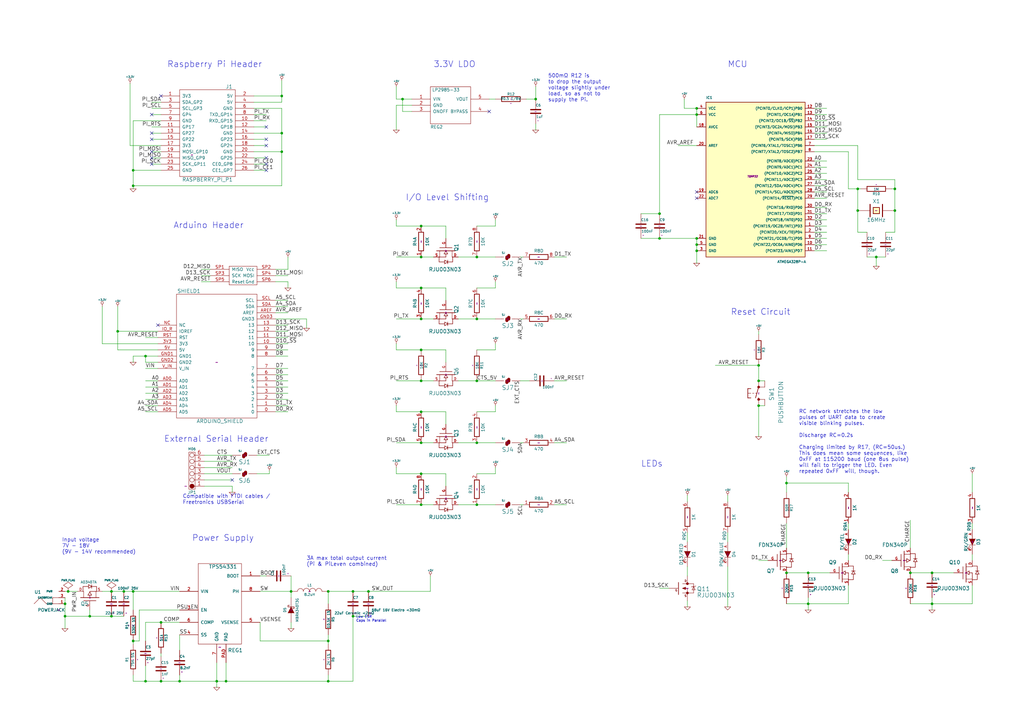
<source format=kicad_sch>
(kicad_sch (version 20230121) (generator eeschema)
  (paper "A3")
  (title_block (title "PiLeven") (date "21 apr 2014") (company "tapr.org/ohl") (comment 1 "Licensed under TAPR Open Hardware License") (comment 2 "freetronics.com/pileven") (comment 3 "(C) 2014 Freetronics Pty Ltd") (comment 4 "PiLeven - Arduino Compatible Raspberry Pi board"))
  (junction (at 172.72 92.71))
  (junction (at 115.57 62.23))
  (junction (at 119.38 242.57))
  (junction (at 54.61 69.85))
  (junction (at 172.72 143.51))
  (junction (at 172.72 207.01))
  (junction (at 172.72 168.91))
  (junction (at 367.03 77.47))
  (junction (at 88.9 279.4))
  (junction (at 195.58 156.21))
  (junction (at 45.72 242.57))
  (junction (at 285.75 100.33))
  (junction (at 26.67 252.73))
  (junction (at 59.69 146.05))
  (junction (at 322.58 234.95))
  (junction (at 382.27 234.95))
  (junction (at 45.72 252.73))
  (junction (at 367.03 86.36))
  (junction (at 66.04 279.4))
  (junction (at 36.83 252.73))
  (junction (at 54.61 262.89))
  (junction (at 54.61 76.2))
  (junction (at 54.61 242.57))
  (junction (at 134.62 242.57))
  (junction (at 195.58 181.61))
  (junction (at 322.58 198.12))
  (junction (at 48.26 135.89))
  (junction (at 351.79 77.47))
  (junction (at 151.13 242.57))
  (junction (at 165.1 40.64))
  (junction (at 331.47 247.65))
  (junction (at 144.78 242.57))
  (junction (at 195.58 130.81))
  (junction (at 195.58 105.41))
  (junction (at 66.04 255.27))
  (junction (at 311.15 149.86))
  (junction (at 27.94 242.57))
  (junction (at 172.72 118.11))
  (junction (at 172.72 130.81))
  (junction (at 172.72 156.21))
  (junction (at 311.15 166.37))
  (junction (at 172.72 105.41))
  (junction (at 373.38 234.95))
  (junction (at 382.27 247.65))
  (junction (at 26.67 247.65))
  (junction (at 172.72 181.61))
  (junction (at 311.15 156.21))
  (junction (at 195.58 207.01))
  (junction (at 270.51 87.63))
  (junction (at 285.75 46.99))
  (junction (at 144.78 252.73))
  (junction (at 115.57 54.61))
  (junction (at 50.8 242.57))
  (junction (at 359.41 105.41))
  (junction (at 351.79 86.36))
  (junction (at 270.51 97.79))
  (junction (at 219.71 40.64))
  (junction (at 59.69 279.4))
  (junction (at 73.66 279.4))
  (junction (at 285.75 97.79))
  (junction (at 115.57 39.37))
  (junction (at 92.71 279.4))
  (junction (at 285.75 44.45))
  (junction (at 172.72 194.31))
  (junction (at 331.47 234.95))
  (junction (at 134.62 279.4))
  (junction (at 285.75 102.87))
  (junction (at 134.62 262.89))
  (no_connect (at 62.23 54.61))
  (no_connect (at 109.22 67.31))
  (no_connect (at 285.75 78.74))
  (no_connect (at 109.22 64.77))
  (no_connect (at 62.23 46.99))
  (no_connect (at 66.04 39.37))
  (no_connect (at 109.22 59.69))
  (no_connect (at 62.23 57.15))
  (no_connect (at 62.23 64.77))
  (no_connect (at 62.23 62.23))
  (no_connect (at 64.77 133.35))
  (no_connect (at 95.25 196.85))
  (no_connect (at 285.75 81.28))
  (no_connect (at 109.22 52.07))
  (no_connect (at 109.22 69.85))
  (no_connect (at 200.66 45.72))
  (no_connect (at 109.22 57.15))
  (no_connect (at 62.23 67.31))
  (wire (pts (xy 285.75 46.99) (xy 285.75 52.07)))
  (wire (pts (xy 104.14 54.61) (xy 115.57 54.61)))
  (wire (pts (xy 334.01 92.71) (xy 339.09 92.71)))
  (wire (pts (xy 203.2 143.51) (xy 203.2 140.97)))
  (wire (pts (xy 311.15 229.87) (xy 314.96 229.87)))
  (wire (pts (xy 54.61 279.4) (xy 59.69 279.4)))
  (wire (pts (xy 270.51 97.79) (xy 285.75 97.79)))
  (wire (pts (xy 113.03 153.67) (xy 118.11 153.67)))
  (wire (pts (xy 285.75 102.87) (xy 285.75 107.95)))
  (wire (pts (xy 134.62 242.57) (xy 144.78 242.57)))
  (wire (pts (xy 214.63 181.61) (xy 213.36 181.61)))
  (wire (pts (xy 106.68 262.89) (xy 134.62 262.89)))
  (wire (pts (xy 106.68 262.89) (xy 106.68 255.27)))
  (wire (pts (xy 119.38 236.22) (xy 119.38 242.57)))
  (wire (pts (xy 382.27 247.65) (xy 398.78 247.65)))
  (wire (pts (xy 334.01 90.17) (xy 339.09 90.17)))
  (wire (pts (xy 66.04 49.53) (xy 54.61 49.53)))
  (wire (pts (xy 57.15 250.19) (xy 57.15 262.89)))
  (wire (pts (xy 322.58 234.95) (xy 331.47 234.95)))
  (wire (pts (xy 66.04 64.77) (xy 62.23 64.77)))
  (wire (pts (xy 311.15 149.86) (xy 311.15 156.21)))
  (wire (pts (xy 104.14 67.31) (xy 109.22 67.31)))
  (wire (pts (xy 278.13 59.69) (xy 285.75 59.69)))
  (wire (pts (xy 134.62 262.89) (xy 134.62 264.16)))
  (wire (pts (xy 48.26 135.89) (xy 64.77 135.89)))
  (wire (pts (xy 351.79 77.47) (xy 351.79 86.36)))
  (wire (pts (xy 373.38 247.65) (xy 382.27 247.65)))
  (wire (pts (xy 219.71 50.8) (xy 219.71 53.34)))
  (wire (pts (xy 274.32 241.3) (xy 270.51 241.3)))
  (wire (pts (xy 92.71 279.4) (xy 134.62 279.4)))
  (wire (pts (xy 86.36 115.57) (xy 82.55 115.57)))
  (wire (pts (xy 334.01 76.2) (xy 339.09 76.2)))
  (wire (pts (xy 73.66 279.4) (xy 88.9 279.4)))
  (wire (pts (xy 83.82 189.23) (xy 95.25 189.23)))
  (wire (pts (xy 361.95 229.87) (xy 365.76 229.87)))
  (wire (pts (xy 41.91 140.97) (xy 64.77 140.97)))
  (wire (pts (xy 162.56 181.61) (xy 172.72 181.61)))
  (wire (pts (xy 106.68 236.22) (xy 109.22 236.22)))
  (wire (pts (xy 373.38 213.36) (xy 373.38 224.79)))
  (wire (pts (xy 115.57 39.37) (xy 115.57 41.91)))
  (wire (pts (xy 119.38 255.27) (xy 119.38 257.81)))
  (wire (pts (xy 110.49 194.31) (xy 110.49 193.04)))
  (wire (pts (xy 86.36 113.03) (xy 82.55 113.03)))
  (wire (pts (xy 311.15 135.89) (xy 311.15 137.16)))
  (wire (pts (xy 334.01 68.58) (xy 339.09 68.58)))
  (wire (pts (xy 104.14 49.53) (xy 109.22 49.53)))
  (wire (pts (xy 54.61 242.57) (xy 54.61 250.19)))
  (wire (pts (xy 331.47 245.11) (xy 331.47 247.65)))
  (wire (pts (xy 213.36 156.21) (xy 217.17 156.21)))
  (wire (pts (xy 203.2 118.11) (xy 203.2 115.57)))
  (wire (pts (xy 322.58 214.63) (xy 322.58 224.79)))
  (wire (pts (xy 113.03 158.75) (xy 118.11 158.75)))
  (wire (pts (xy 182.88 118.11) (xy 182.88 123.19)))
  (wire (pts (xy 172.72 207.01) (xy 177.8 207.01)))
  (wire (pts (xy 134.62 279.4) (xy 144.78 279.4)))
  (wire (pts (xy 83.82 191.77) (xy 95.25 191.77)))
  (wire (pts (xy 66.04 46.99) (xy 62.23 46.99)))
  (wire (pts (xy 113.03 128.27) (xy 118.11 128.27)))
  (wire (pts (xy 113.03 166.37) (xy 118.11 166.37)))
  (wire (pts (xy 26.67 247.65) (xy 26.67 252.73)))
  (wire (pts (xy 172.72 92.71) (xy 182.88 92.71)))
  (wire (pts (xy 64.77 161.29) (xy 59.69 161.29)))
  (wire (pts (xy 66.04 41.91) (xy 62.23 41.91)))
  (wire (pts (xy 162.56 140.97) (xy 162.56 143.51)))
  (wire (pts (xy 334.01 78.74) (xy 339.09 78.74)))
  (wire (pts (xy 187.96 181.61) (xy 195.58 181.61)))
  (wire (pts (xy 54.61 146.05) (xy 59.69 146.05)))
  (wire (pts (xy 83.82 186.69) (xy 95.25 186.69)))
  (wire (pts (xy 298.45 232.41) (xy 298.45 248.92)))
  (wire (pts (xy 27.94 242.57) (xy 31.75 242.57)))
  (wire (pts (xy 162.56 105.41) (xy 172.72 105.41)))
  (wire (pts (xy 195.58 105.41) (xy 203.2 105.41)))
  (wire (pts (xy 262.89 87.63) (xy 270.51 87.63)))
  (wire (pts (xy 162.56 43.18) (xy 162.56 53.34)))
  (wire (pts (xy 26.67 252.73) (xy 36.83 252.73)))
  (wire (pts (xy 53.34 34.29) (xy 53.34 59.69)))
  (wire (pts (xy 195.58 168.91) (xy 203.2 168.91)))
  (wire (pts (xy 41.91 125.73) (xy 41.91 140.97)))
  (wire (pts (xy 359.41 105.41) (xy 359.41 109.22)))
  (wire (pts (xy 144.78 252.73) (xy 151.13 252.73)))
  (wire (pts (xy 182.88 168.91) (xy 182.88 173.99)))
  (wire (pts (xy 88.9 279.4) (xy 88.9 281.94)))
  (wire (pts (xy 162.56 130.81) (xy 172.72 130.81)))
  (wire (pts (xy 176.53 242.57) (xy 176.53 236.22)))
  (wire (pts (xy 334.01 49.53) (xy 339.09 49.53)))
  (wire (pts (xy 66.04 62.23) (xy 62.23 62.23)))
  (wire (pts (xy 113.03 133.35) (xy 118.11 133.35)))
  (wire (pts (xy 66.04 279.4) (xy 73.66 279.4)))
  (wire (pts (xy 195.58 194.31) (xy 203.2 194.31)))
  (wire (pts (xy 382.27 245.11) (xy 382.27 247.65)))
  (wire (pts (xy 113.03 143.51) (xy 118.11 143.51)))
  (wire (pts (xy 172.72 181.61) (xy 177.8 181.61)))
  (wire (pts (xy 195.58 118.11) (xy 203.2 118.11)))
  (wire (pts (xy 113.03 110.49) (xy 118.11 110.49)))
  (wire (pts (xy 64.77 138.43) (xy 59.69 138.43)))
  (wire (pts (xy 367.03 86.36) (xy 367.03 95.25)))
  (wire (pts (xy 104.14 64.77) (xy 109.22 64.77)))
  (wire (pts (xy 92.71 279.4) (xy 92.71 271.78)))
  (wire (pts (xy 227.33 181.61) (xy 232.41 181.61)))
  (wire (pts (xy 54.61 49.53) (xy 54.61 69.85)))
  (wire (pts (xy 54.61 69.85) (xy 66.04 69.85)))
  (wire (pts (xy 144.78 279.4) (xy 144.78 252.73)))
  (wire (pts (xy 95.25 199.39) (xy 95.25 201.93)))
  (wire (pts (xy 162.56 194.31) (xy 172.72 194.31)))
  (wire (pts (xy 270.51 87.63) (xy 270.51 46.99)))
  (wire (pts (xy 113.03 130.81) (xy 125.73 130.81)))
  (wire (pts (xy 26.67 242.57) (xy 27.94 242.57)))
  (wire (pts (xy 88.9 279.4) (xy 92.71 279.4)))
  (wire (pts (xy 270.51 46.99) (xy 285.75 46.99)))
  (wire (pts (xy 195.58 181.61) (xy 203.2 181.61)))
  (wire (pts (xy 83.82 196.85) (xy 95.25 196.85)))
  (wire (pts (xy 203.2 168.91) (xy 203.2 166.37)))
  (wire (pts (xy 213.36 105.41) (xy 214.63 105.41)))
  (wire (pts (xy 104.14 39.37) (xy 115.57 39.37)))
  (wire (pts (xy 227.33 105.41) (xy 232.41 105.41)))
  (wire (pts (xy 322.58 247.65) (xy 331.47 247.65)))
  (wire (pts (xy 334.01 71.12) (xy 339.09 71.12)))
  (wire (pts (xy 367.03 73.66) (xy 351.79 73.66)))
  (wire (pts (xy 367.03 73.66) (xy 367.03 77.47)))
  (wire (pts (xy 334.01 73.66) (xy 339.09 73.66)))
  (wire (pts (xy 115.57 44.45) (xy 104.14 44.45)))
  (wire (pts (xy 162.56 156.21) (xy 172.72 156.21)))
  (wire (pts (xy 334.01 102.87) (xy 339.09 102.87)))
  (wire (pts (xy 355.6 105.41) (xy 359.41 105.41)))
  (wire (pts (xy 73.66 260.35) (xy 73.66 266.7)))
  (wire (pts (xy 134.62 260.35) (xy 134.62 262.89)))
  (wire (pts (xy 398.78 194.31) (xy 398.78 201.93)))
  (wire (pts (xy 195.58 130.81) (xy 203.2 130.81)))
  (wire (pts (xy 182.88 194.31) (xy 182.88 199.39)))
  (wire (pts (xy 351.79 95.25) (xy 355.6 95.25)))
  (wire (pts (xy 351.79 86.36) (xy 351.79 95.25)))
  (wire (pts (xy 227.33 156.21) (xy 232.41 156.21)))
  (wire (pts (xy 115.57 54.61) (xy 115.57 62.23)))
  (wire (pts (xy 162.56 115.57) (xy 162.56 118.11)))
  (wire (pts (xy 115.57 62.23) (xy 115.57 76.2)))
  (wire (pts (xy 66.04 52.07) (xy 62.23 52.07)))
  (wire (pts (xy 162.56 166.37) (xy 162.56 168.91)))
  (wire (pts (xy 162.56 92.71) (xy 172.72 92.71)))
  (wire (pts (xy 195.58 207.01) (xy 203.2 207.01)))
  (wire (pts (xy 187.96 130.81) (xy 195.58 130.81)))
  (wire (pts (xy 113.03 125.73) (xy 118.11 125.73)))
  (wire (pts (xy 213.36 130.81) (xy 214.63 130.81)))
  (wire (pts (xy 134.62 279.4) (xy 134.62 276.86)))
  (wire (pts (xy 347.98 62.23) (xy 347.98 77.47)))
  (wire (pts (xy 351.79 59.69) (xy 334.01 59.69)))
  (wire (pts (xy 104.14 57.15) (xy 109.22 57.15)))
  (wire (pts (xy 322.58 198.12) (xy 322.58 201.93)))
  (wire (pts (xy 64.77 151.13) (xy 59.69 151.13)))
  (wire (pts (xy 104.14 46.99) (xy 109.22 46.99)))
  (wire (pts (xy 172.72 105.41) (xy 177.8 105.41)))
  (wire (pts (xy 104.14 52.07) (xy 109.22 52.07)))
  (wire (pts (xy 227.33 130.81) (xy 232.41 130.81)))
  (wire (pts (xy 64.77 148.59) (xy 59.69 148.59)))
  (wire (pts (xy 151.13 242.57) (xy 176.53 242.57)))
  (wire (pts (xy 59.69 255.27) (xy 66.04 255.27)))
  (wire (pts (xy 281.94 203.2) (xy 281.94 205.74)))
  (wire (pts (xy 347.98 247.65) (xy 347.98 240.03)))
  (wire (pts (xy 113.03 156.21) (xy 118.11 156.21)))
  (wire (pts (xy 182.88 92.71) (xy 182.88 97.79)))
  (wire (pts (xy 334.01 46.99) (xy 339.09 46.99)))
  (wire (pts (xy 398.78 247.65) (xy 398.78 240.03)))
  (wire (pts (xy 367.03 95.25) (xy 363.22 95.25)))
  (wire (pts (xy 195.58 143.51) (xy 203.2 143.51)))
  (wire (pts (xy 311.15 156.21) (xy 313.69 156.21)))
  (wire (pts (xy 373.38 234.95) (xy 382.27 234.95)))
  (wire (pts (xy 347.98 229.87) (xy 347.98 227.33)))
  (wire (pts (xy 36.83 252.73) (xy 45.72 252.73)))
  (wire (pts (xy 262.89 97.79) (xy 270.51 97.79)))
  (wire (pts (xy 285.75 44.45) (xy 285.75 46.99)))
  (wire (pts (xy 66.04 67.31) (xy 62.23 67.31)))
  (wire (pts (xy 118.11 115.57) (xy 118.11 118.11)))
  (wire (pts (xy 115.57 33.02) (xy 115.57 39.37)))
  (wire (pts (xy 119.38 242.57) (xy 106.68 242.57)))
  (wire (pts (xy 182.88 143.51) (xy 182.88 148.59)))
  (wire (pts (xy 113.03 113.03) (xy 118.11 113.03)))
  (wire (pts (xy 53.34 59.69) (xy 66.04 59.69)))
  (wire (pts (xy 347.98 77.47) (xy 351.79 77.47)))
  (wire (pts (xy 104.14 69.85) (xy 109.22 69.85)))
  (wire (pts (xy 48.26 143.51) (xy 64.77 143.51)))
  (wire (pts (xy 382.27 234.95) (xy 391.16 234.95)))
  (wire (pts (xy 195.58 92.71) (xy 203.2 92.71)))
  (wire (pts (xy 50.8 242.57) (xy 54.61 242.57)))
  (wire (pts (xy 398.78 217.17) (xy 398.78 214.63)))
  (wire (pts (xy 351.79 73.66) (xy 351.79 59.69)))
  (wire (pts (xy 347.98 198.12) (xy 347.98 201.93)))
  (wire (pts (xy 351.79 77.47) (xy 353.06 77.47)))
  (wire (pts (xy 293.37 149.86) (xy 311.15 149.86)))
  (wire (pts (xy 125.73 130.81) (xy 125.73 134.62)))
  (wire (pts (xy 334.01 81.28) (xy 339.09 81.28)))
  (wire (pts (xy 285.75 44.45) (xy 280.67 44.45)))
  (wire (pts (xy 162.56 191.77) (xy 162.56 194.31)))
  (wire (pts (xy 215.9 40.64) (xy 219.71 40.64)))
  (wire (pts (xy 26.67 245.11) (xy 26.67 247.65)))
  (wire (pts (xy 115.57 41.91) (xy 104.14 41.91)))
  (wire (pts (xy 168.91 43.18) (xy 162.56 43.18)))
  (wire (pts (xy 187.96 207.01) (xy 195.58 207.01)))
  (wire (pts (xy 115.57 62.23) (xy 104.14 62.23)))
  (wire (pts (xy 144.78 242.57) (xy 151.13 242.57)))
  (wire (pts (xy 59.69 273.05) (xy 59.69 279.4)))
  (wire (pts (xy 54.61 242.57) (xy 73.66 242.57)))
  (wire (pts (xy 73.66 276.86) (xy 73.66 279.4)))
  (wire (pts (xy 36.83 250.19) (xy 36.83 252.73)))
  (wire (pts (xy 113.03 123.19) (xy 118.11 123.19)))
  (wire (pts (xy 59.69 148.59) (xy 59.69 146.05)))
  (wire (pts (xy 334.01 52.07) (xy 339.09 52.07)))
  (wire (pts (xy 281.94 222.25) (xy 281.94 218.44)))
  (wire (pts (xy 172.72 143.51) (xy 182.88 143.51)))
  (wire (pts (xy 162.56 118.11) (xy 172.72 118.11)))
  (wire (pts (xy 113.03 140.97) (xy 118.11 140.97)))
  (wire (pts (xy 113.03 138.43) (xy 118.11 138.43)))
  (wire (pts (xy 162.56 207.01) (xy 172.72 207.01)))
  (wire (pts (xy 57.15 262.89) (xy 54.61 262.89)))
  (wire (pts (xy 162.56 40.64) (xy 165.1 40.64)))
  (wire (pts (xy 162.56 90.17) (xy 162.56 92.71)))
  (wire (pts (xy 64.77 158.75) (xy 59.69 158.75)))
  (wire (pts (xy 105.41 186.69) (xy 110.49 186.69)))
  (wire (pts (xy 54.61 76.2) (xy 54.61 77.47)))
  (wire (pts (xy 73.66 250.19) (xy 57.15 250.19)))
  (wire (pts (xy 134.62 247.65) (xy 134.62 242.57)))
  (wire (pts (xy 113.03 161.29) (xy 118.11 161.29)))
  (wire (pts (xy 48.26 125.73) (xy 48.26 135.89)))
  (wire (pts (xy 59.69 262.89) (xy 59.69 255.27)))
  (wire (pts (xy 322.58 195.58) (xy 322.58 198.12)))
  (wire (pts (xy 162.56 40.64) (xy 162.56 35.56)))
  (wire (pts (xy 334.01 44.45) (xy 339.09 44.45)))
  (wire (pts (xy 113.03 168.91) (xy 118.11 168.91)))
  (wire (pts (xy 113.03 135.89) (xy 118.11 135.89)))
  (wire (pts (xy 398.78 229.87) (xy 398.78 227.33)))
  (wire (pts (xy 311.15 166.37) (xy 313.69 166.37)))
  (wire (pts (xy 66.04 57.15) (xy 62.23 57.15)))
  (wire (pts (xy 331.47 247.65) (xy 331.47 250.19)))
  (wire (pts (xy 298.45 222.25) (xy 298.45 218.44)))
  (wire (pts (xy 203.2 194.31) (xy 203.2 191.77)))
  (wire (pts (xy 118.11 110.49) (xy 118.11 105.41)))
  (wire (pts (xy 281.94 246.38) (xy 281.94 248.92)))
  (wire (pts (xy 66.04 255.27) (xy 73.66 255.27)))
  (wire (pts (xy 54.61 69.85) (xy 54.61 76.2)))
  (wire (pts (xy 334.01 85.09) (xy 339.09 85.09)))
  (wire (pts (xy 113.03 146.05) (xy 118.11 146.05)))
  (wire (pts (xy 168.91 45.72) (xy 165.1 45.72)))
  (wire (pts (xy 200.66 40.64) (xy 203.2 40.64)))
  (wire (pts (xy 165.1 45.72) (xy 165.1 40.64)))
  (wire (pts (xy 113.03 151.13) (xy 118.11 151.13)))
  (wire (pts (xy 66.04 267.97) (xy 66.04 269.24)))
  (wire (pts (xy 187.96 105.41) (xy 195.58 105.41)))
  (wire (pts (xy 59.69 279.4) (xy 66.04 279.4)))
  (wire (pts (xy 83.82 194.31) (xy 95.25 194.31)))
  (wire (pts (xy 334.01 62.23) (xy 347.98 62.23)))
  (wire (pts (xy 105.41 194.31) (xy 110.49 194.31)))
  (wire (pts (xy 311.15 166.37) (xy 311.15 179.07)))
  (wire (pts (xy 66.04 54.61) (xy 62.23 54.61)))
  (wire (pts (xy 219.71 40.64) (xy 219.71 35.56)))
  (wire (pts (xy 359.41 105.41) (xy 363.22 105.41)))
  (wire (pts (xy 195.58 156.21) (xy 203.2 156.21)))
  (wire (pts (xy 334.01 100.33) (xy 339.09 100.33)))
  (wire (pts (xy 64.77 156.21) (xy 59.69 156.21)))
  (wire (pts (xy 45.72 252.73) (xy 50.8 252.73)))
  (wire (pts (xy 334.01 57.15) (xy 339.09 57.15)))
  (wire (pts (xy 382.27 247.65) (xy 382.27 250.19)))
  (wire (pts (xy 83.82 199.39) (xy 95.25 199.39)))
  (wire (pts (xy 172.72 156.21) (xy 177.8 156.21)))
  (wire (pts (xy 54.61 276.86) (xy 54.61 279.4)))
  (wire (pts (xy 285.75 100.33) (xy 285.75 102.87)))
  (wire (pts (xy 334.01 66.04) (xy 339.09 66.04)))
  (wire (pts (xy 113.03 115.57) (xy 118.11 115.57)))
  (wire (pts (xy 298.45 203.2) (xy 298.45 205.74)))
  (wire (pts (xy 172.72 194.31) (xy 182.88 194.31)))
  (wire (pts (xy 334.01 54.61) (xy 339.09 54.61)))
  (wire (pts (xy 88.9 271.78) (xy 88.9 279.4)))
  (wire (pts (xy 115.57 76.2) (xy 54.61 76.2)))
  (wire (pts (xy 172.72 118.11) (xy 182.88 118.11)))
  (wire (pts (xy 64.77 163.83) (xy 59.69 163.83)))
  (wire (pts (xy 165.1 40.64) (xy 168.91 40.64)))
  (wire (pts (xy 26.67 252.73) (xy 26.67 257.81)))
  (wire (pts (xy 162.56 143.51) (xy 172.72 143.51)))
  (wire (pts (xy 280.67 44.45) (xy 280.67 40.64)))
  (wire (pts (xy 172.72 130.81) (xy 177.8 130.81)))
  (wire (pts (xy 113.03 163.83) (xy 118.11 163.83)))
  (wire (pts (xy 203.2 92.71) (xy 203.2 90.17)))
  (wire (pts (xy 86.36 110.49) (xy 82.55 110.49)))
  (wire (pts (xy 334.01 87.63) (xy 339.09 87.63)))
  (wire (pts (xy 334.01 95.25) (xy 339.09 95.25)))
  (wire (pts (xy 41.91 242.57) (xy 45.72 242.57)))
  (wire (pts (xy 115.57 44.45) (xy 115.57 54.61)))
  (wire (pts (xy 367.03 77.47) (xy 367.03 86.36)))
  (wire (pts (xy 66.04 44.45) (xy 62.23 44.45)))
  (wire (pts (xy 347.98 198.12) (xy 322.58 198.12)))
  (wire (pts (xy 331.47 234.95) (xy 340.36 234.95)))
  (wire (pts (xy 281.94 232.41) (xy 281.94 236.22)))
  (wire (pts (xy 365.76 77.47) (xy 367.03 77.47)))
  (wire (pts (xy 59.69 146.05) (xy 64.77 146.05)))
  (wire (pts (xy 187.96 156.21) (xy 195.58 156.21)))
  (wire (pts (xy 227.33 207.01) (xy 232.41 207.01)))
  (wire (pts (xy 64.77 168.91) (xy 59.69 168.91)))
  (wire (pts (xy 334.01 97.79) (xy 339.09 97.79)))
  (wire (pts (xy 331.47 247.65) (xy 347.98 247.65)))
  (wire (pts (xy 64.77 166.37) (xy 59.69 166.37)))
  (wire (pts (xy 172.72 168.91) (xy 182.88 168.91)))
  (wire (pts (xy 162.56 168.91) (xy 172.72 168.91)))
  (wire (pts (xy 45.72 242.57) (xy 50.8 242.57)))
  (wire (pts (xy 104.14 59.69) (xy 109.22 59.69)))
  (wire (pts (xy 48.26 135.89) (xy 48.26 143.51)))
  (wire (pts (xy 54.61 262.89) (xy 54.61 264.16)))
  (wire (pts (xy 285.75 97.79) (xy 285.75 100.33)))
  (wire (pts (xy 54.61 148.59) (xy 54.61 146.05)))
  (wire (pts (xy 213.36 207.01) (xy 214.63 207.01)))
  (wire (pts (xy 347.98 217.17) (xy 347.98 214.63)))
  (wire (pts (xy 119.38 242.57) (xy 119.38 245.11)))
  (text "Arduino Header" (at 71.12 93.98 0) (effects (font (size 2.4892 2.4892)) (justify left bottom)))
  (text "Reset Circuit" (at 299.72 129.54 0) (effects (font (size 2.4892 2.4892)) (justify left bottom)))
  (text "Input voltage\n7V - 18V\n(9V - 14V recommended)" (at 25.4 227.33 0) (effects (font (size 1.524 1.524)) (justify left bottom)))
  (text "Low ESR\nCaps in Parallel" (at 146.05 255.27 0) (effects (font (size 0.9906 0.9906)) (justify left bottom)))
  (text "Compatible with FTDI cables /\nFreetronics USBSerial" (at 74.93 207.01 0) (effects (font (size 1.524 1.524)) (justify left bottom)))
  (text "Power Supply\n" (at 78.74 222.25 0) (effects (font (size 2.4892 2.4892)) (justify left bottom)))
  (text "RC network stretches the low\npulses of UART data to create\nvisible blinking pulses.\n\nDischarge RC=0.2s\n\nCharging limited by R17, (RC=50us.)\nThis does mean some sequences, like\n0xFF at 115200 baud (one 8us pulse)\nwill fail to trigger the LED. Even\nrepeated 0xFF  will, though." (at 327.66 194.31 0) (effects (font (size 1.524 1.524)) (justify left bottom)))
  (text "Raspberry Pi Header\n" (at 68.58 27.94 0) (effects (font (size 2.4892 2.4892)) (justify left bottom)))
  (text "MCU" (at 298.45 27.94 0) (effects (font (size 2.4892 2.4892)) (justify left bottom)))
  (text "3A max total output current\n(Pi & PiLeven combined)" (at 125.73 232.41 0) (effects (font (size 1.524 1.524)) (justify left bottom)))
  (text "I/O Level Shifting" (at 166.37 82.55 0) (effects (font (size 2.4892 2.4892)) (justify left bottom)))
  (text "3.3V LDO" (at 177.8 27.94 0) (effects (font (size 2.4892 2.4892)) (justify left bottom)))
  (text "500mΩ R12 is\nto drop the output\nvoltage slightly under\nload, so as not to\nsupply the Pi." (at 224.79 41.91 0) (effects (font (size 1.524 1.524)) (justify left bottom)))
  (text "External Serial Header" (at 67.31 181.61 0) (effects (font (size 2.4892 2.4892)) (justify left bottom)))
  (text "LEDs" (at 262.89 191.77 0) (effects (font (size 2.4892 2.4892)) (justify left bottom)))
  (label "PI_MOSI" (at 66.04 62.23 180) (effects (font (size 1.524 1.524))))
  (label "D7" (at 113.03 151.13 0) (effects (font (size 1.524 1.524))))
  (label "D11_MOSI" (at 334.01 52.07 0) (effects (font (size 1.524 1.524))))
  (label "PI_SDA" (at 66.04 41.91 180) (effects (font (size 1.524 1.524))))
  (label "PI_MISO" (at 66.04 64.77 180) (effects (font (size 1.524 1.524))))
  (label "PSU_EN" (at 72.39 250.19 0) (effects (font (size 1.524 1.524))))
  (label "D2" (at 113.03 163.83 0) (effects (font (size 1.524 1.524))))
  (label "PWR_IN" (at 31.75 242.57 270) (effects (font (size 1.524 1.524))))
  (label "PI_SCL" (at 66.04 44.45 180) (effects (font (size 1.524 1.524))))
  (label "D7" (at 334.01 102.87 0) (effects (font (size 1.524 1.524))))
  (label "SW" (at 106.68 242.57 0) (effects (font (size 1.524 1.524))))
  (label "PI_TX" (at 104.14 46.99 0) (effects (font (size 1.524 1.524))))
  (label "EXT_CTS" (at 213.36 156.21 270) (effects (font (size 1.524 1.524))))
  (label "A1" (at 62.23 158.75 0) (effects (font (size 1.524 1.524))))
  (label "D9" (at 113.03 143.51 0) (effects (font (size 1.524 1.524))))
  (label "D5" (at 334.01 97.79 0) (effects (font (size 1.524 1.524))))
  (label "A3" (at 334.01 73.66 0) (effects (font (size 1.524 1.524))))
  (label "A4_SDA" (at 334.01 76.2 0) (effects (font (size 1.524 1.524))))
  (label "D12_MISO" (at 113.03 135.89 0) (effects (font (size 1.524 1.524))))
  (label "D13_SCK" (at 334.01 57.15 0) (effects (font (size 1.524 1.524))))
  (label "D13_SCK" (at 274.32 241.3 180) (effects (font (size 1.524 1.524))))
  (label "CHARGE" (at 373.38 213.36 270) (effects (font (size 1.524 1.524))))
  (label "BOOT" (at 106.68 236.22 0) (effects (font (size 1.524 1.524))))
  (label "D13_SCK" (at 86.36 113.03 180) (effects (font (size 1.524 1.524))))
  (label "D9" (at 334.01 46.99 0) (effects (font (size 1.524 1.524))))
  (label "VIN" (at 69.85 242.57 0) (effects (font (size 1.524 1.524))))
  (label "A0" (at 334.01 66.04 0) (effects (font (size 1.524 1.524))))
  (label "A5_SCL" (at 334.01 78.74 0) (effects (font (size 1.524 1.524))))
  (label "D0_RX" (at 227.33 130.81 0) (effects (font (size 1.524 1.524))))
  (label "D5" (at 113.03 156.21 0) (effects (font (size 1.524 1.524))))
  (label "COMP" (at 73.66 255.27 180) (effects (font (size 1.524 1.524))))
  (label "PI_CE0" (at 104.14 67.31 0) (effects (font (size 1.524 1.524))))
  (label "PI_SCK" (at 66.04 67.31 180) (effects (font (size 1.524 1.524))))
  (label "PI_SCL" (at 166.37 207.01 180) (effects (font (size 1.524 1.524))))
  (label "AVR_RESET" (at 227.33 156.21 0) (effects (font (size 1.524 1.524))))
  (label "D3" (at 334.01 92.71 0) (effects (font (size 1.524 1.524))))
  (label "A0" (at 62.23 156.21 0) (effects (font (size 1.524 1.524))))
  (label "AVR_RESET" (at 294.64 149.86 0) (effects (font (size 1.524 1.524))))
  (label "SS" (at 73.66 260.35 0) (effects (font (size 1.524 1.524))))
  (label "AVR_AREF" (at 284.48 59.69 180) (effects (font (size 1.524 1.524))))
  (label "CTS_5V" (at 195.58 156.21 0) (effects (font (size 1.524 1.524))))
  (label "VIN" (at 59.69 151.13 0) (effects (font (size 1.524 1.524))))
  (label "AVR_RESET" (at 334.01 81.28 0) (effects (font (size 1.524 1.524))))
  (label "PI_TX" (at 167.64 130.81 180) (effects (font (size 1.524 1.524))))
  (label "D2" (at 334.01 90.17 0) (effects (font (size 1.524 1.524))))
  (label "PI_CE1" (at 104.14 69.85 0) (effects (font (size 1.524 1.524))))
  (label "PI_SDA" (at 166.37 181.61 180) (effects (font (size 1.524 1.524))))
  (label "D1_TX" (at 227.33 105.41 0) (effects (font (size 1.524 1.524))))
  (label "SCL" (at 214.63 207.01 270) (effects (font (size 1.524 1.524))))
  (label "SW_OUT" (at 152.4 242.57 0) (effects (font (size 1.524 1.524))))
  (label "A1" (at 334.01 68.58 0) (effects (font (size 1.524 1.524))))
  (label "EXT_CTS" (at 105.41 186.69 0) (effects (font (size 1.524 1.524))))
  (label "AVR_AREF" (at 113.03 128.27 0) (effects (font (size 1.524 1.524))))
  (label "D8" (at 113.03 146.05 0) (effects (font (size 1.524 1.524))))
  (label "D8" (at 334.01 44.45 0) (effects (font (size 1.524 1.524))))
  (label "D11_MOSI" (at 113.03 113.03 0) (effects (font (size 1.524 1.524))))
  (label "A5_SCL" (at 227.33 207.01 0) (effects (font (size 1.524 1.524))))
  (label "PI_RTS" (at 66.04 52.07 180) (effects (font (size 1.524 1.524))))
  (label "A2" (at 334.01 71.12 0) (effects (font (size 1.524 1.524))))
  (label "AVR_TX" (at 88.9 189.23 0) (effects (font (size 1.524 1.524))))
  (label "D4" (at 334.01 95.25 0) (effects (font (size 1.524 1.524))))
  (label "PI_RTS" (at 167.64 156.21 180) (effects (font (size 1.524 1.524))))
  (label "VSENSE" (at 106.68 255.27 0) (effects (font (size 1.524 1.524))))
  (label "D6" (at 113.03 153.67 0) (effects (font (size 1.524 1.524))))
  (label "D11_MOSI" (at 113.03 138.43 0) (effects (font (size 1.524 1.524))))
  (label "SDA" (at 214.63 181.61 270) (effects (font (size 1.524 1.524))))
  (label "D1_TX" (at 113.03 166.37 0) (effects (font (size 1.524 1.524))))
  (label "AVR_TX" (at 214.63 105.41 270) (effects (font (size 1.524 1.524))))
  (label "PI_RX" (at 167.64 105.41 180) (effects (font (size 1.524 1.524))))
  (label "D13_SCK" (at 113.03 133.35 0) (effects (font (size 1.524 1.524))))
  (label "D4" (at 113.03 158.75 0) (effects (font (size 1.524 1.524))))
  (label "A4_SDA" (at 64.77 166.37 180) (effects (font (size 1.524 1.524))))
  (label "D12_MISO" (at 86.36 110.49 180) (effects (font (size 1.524 1.524))))
  (label "A2" (at 62.23 161.29 0) (effects (font (size 1.524 1.524))))
  (label "AVR_RX" (at 88.9 191.77 0) (effects (font (size 1.524 1.524))))
  (label "A4_SDA" (at 227.33 181.61 0) (effects (font (size 1.524 1.524))))
  (label "AVR_RESET" (at 86.36 115.57 180) (effects (font (size 1.524 1.524))))
  (label "AVR_RX" (at 214.63 130.81 270) (effects (font (size 1.524 1.524))))
  (label "PI_RX" (at 104.14 49.53 0) (effects (font (size 1.524 1.524))))
  (label "D6" (at 334.01 100.33 0) (effects (font (size 1.524 1.524))))
  (label "A5_SCL" (at 64.77 168.91 180) (effects (font (size 1.524 1.524))))
  (label "A5_SCL" (at 113.03 123.19 0) (effects (font (size 1.524 1.524))))
  (label "A3" (at 62.23 163.83 0) (effects (font (size 1.524 1.524))))
  (label "CTS" (at 88.9 186.69 0) (effects (font (size 1.524 1.524))))
  (label "D3" (at 113.03 161.29 0) (effects (font (size 1.524 1.524))))
  (label "D10_~{SS}" (at 113.03 140.97 0) (effects (font (size 1.524 1.524))))
  (label "D1_TX" (at 334.01 87.63 0) (effects (font (size 1.524 1.524))))
  (label "D12_MISO" (at 334.01 54.61 0) (effects (font (size 1.524 1.524))))
  (label "D0_RX" (at 113.03 168.91 0) (effects (font (size 1.524 1.524))))
  (label "D1_TX" (at 314.96 229.87 180) (effects (font (size 1.524 1.524))))
  (label "CHARGE" (at 322.58 214.63 270) (effects (font (size 1.524 1.524))))
  (label "D10_~{SS}" (at 334.01 49.53 0) (effects (font (size 1.524 1.524))))
  (label "A4_SDA" (at 113.03 125.73 0) (effects (font (size 1.524 1.524))))
  (label "D0_RX" (at 334.01 85.09 0) (effects (font (size 1.524 1.524))))
  (label "AVR_RESET" (at 64.77 138.43 180) (effects (font (size 1.524 1.524))))
  (label "D0_RX" (at 361.95 229.87 180) (effects (font (size 1.524 1.524))))
  (label "VOUT" (at 88.9 194.31 0) (effects (font (size 1.524 1.524))))
  (symbol (lib_id "PiLeven-rescue:RASPBERRY_PI_P1") (at 85.09 54.61 0) (unit 1)
    (property "Reference" "J1" (at 93.98 35.56 0) (effects (font (size 1.524 1.524))))
    (property "Value" "RASPBERRY_PI_P1" (at 85.09 73.66 0) (effects (font (size 1.524 1.524))))
    (property "Footprint" "~" (at 78.74 63.5 0) (effects (font (size 1.524 1.524))))
    (property "Datasheet" "~" (at 78.74 63.5 0) (effects (font (size 1.524 1.524))))
  )
  (symbol (lib_id "PiLeven-rescue:GND") (at 54.61 77.47 0) (unit 1)
    (property "Reference" "#PWR5" (effects hide))
    (property "Value" "GND" (effects hide))
  )
  (symbol (lib_id "PiLeven-rescue:+5V") (at 115.57 33.02 0) (unit 1)
    (property "Reference" "#PWR10" (effects hide))
    (property "Value" "+5V" (at 115.57 30.734 0) (effects (font (size 0.762 0.762))))
  )
  (symbol (lib_id "PiLeven-rescue:ARDUINO_SHIELD") (at 88.9 148.59 0) (unit 1)
    (property "Reference" "SHIELD1" (at 77.47 119.38 0) (effects (font (size 1.524 1.524))))
    (property "Value" "ARDUINO_SHIELD" (at 90.17 172.72 0) (effects (font (size 1.524 1.524))))
    (property "Footprint" "~" (at 88.9 148.59 0) (effects (font (size 1.524 1.524))))
    (property "Datasheet" "~" (at 88.9 148.59 0) (effects (font (size 1.524 1.524))))
  )
  (symbol (lib_id "PiLeven-rescue:+5V") (at 118.11 105.41 0) (unit 1)
    (property "Reference" "#PWR11" (effects hide))
    (property "Value" "+5V" (at 118.11 103.124 0) (effects (font (size 0.762 0.762))))
  )
  (symbol (lib_id "PiLeven-rescue:GND") (at 118.11 118.11 0) (unit 1)
    (property "Reference" "#PWR12" (effects hide))
    (property "Value" "GND" (effects hide))
  )
  (symbol (lib_id "PiLeven-rescue:+5V") (at 48.26 125.73 0) (unit 1)
    (property "Reference" "#PWR3" (effects hide))
    (property "Value" "+5V" (at 48.26 123.444 0) (effects (font (size 0.762 0.762))))
  )
  (symbol (lib_id "PiLeven-rescue:+3.3V") (at 41.91 125.73 0) (unit 1)
    (property "Reference" "#PWR2" (effects hide))
    (property "Value" "+3.3V" (at 41.91 122.936 0) (effects (font (size 0.762 0.762))))
  )
  (symbol (lib_id "PiLeven-rescue:GND") (at 54.61 148.59 0) (unit 1)
    (property "Reference" "#PWR6" (effects hide))
    (property "Value" "GND" (effects hide))
  )
  (symbol (lib_id "PiLeven-rescue:SJ") (at 208.28 181.61 0) (unit 1)
    (property "Reference" "SJ4" (at 205.74 185.42 0) (effects (font (size 1.778 1.778)) (justify left bottom)))
    (property "Value" "SJ" (at 205.74 180.34 0) (effects (font (size 0.762 0.762)) (justify left bottom)))
    (property "Footprint" "~" (at 208.28 181.61 0) (effects (font (size 1.524 1.524))))
    (property "Datasheet" "~" (at 208.28 181.61 0) (effects (font (size 1.524 1.524))))
  )
  (symbol (lib_id "PiLeven-rescue:SJ") (at 208.28 207.01 0) (unit 1)
    (property "Reference" "SJ5" (at 205.74 210.82 0) (effects (font (size 1.778 1.778)) (justify left bottom)))
    (property "Value" "SJ" (at 205.74 205.74 0) (effects (font (size 0.762 0.762)) (justify left bottom)))
    (property "Footprint" "~" (at 208.28 207.01 0) (effects (font (size 1.524 1.524))))
    (property "Datasheet" "~" (at 208.28 207.01 0) (effects (font (size 1.524 1.524))))
  )
  (symbol (lib_id "PiLeven-rescue:SJ") (at 208.28 105.41 0) (unit 1)
    (property "Reference" "SJ2" (at 205.74 109.22 0) (effects (font (size 1.778 1.778)) (justify left bottom)))
    (property "Value" "SJ" (at 205.74 104.14 0) (effects (font (size 0.762 0.762)) (justify left bottom)))
    (property "Footprint" "~" (at 208.28 105.41 0) (effects (font (size 1.524 1.524))))
    (property "Datasheet" "~" (at 208.28 105.41 0) (effects (font (size 1.524 1.524))))
  )
  (symbol (lib_id "PiLeven-rescue:SJ") (at 208.28 130.81 0) (unit 1)
    (property "Reference" "SJ3" (at 205.74 134.62 0) (effects (font (size 1.778 1.778)) (justify left bottom)))
    (property "Value" "SJ" (at 205.74 129.54 0) (effects (font (size 0.762 0.762)) (justify left bottom)))
    (property "Footprint" "~" (at 208.28 130.81 0) (effects (font (size 1.524 1.524))))
    (property "Datasheet" "~" (at 208.28 130.81 0) (effects (font (size 1.524 1.524))))
  )
  (symbol (lib_id "PiLeven-rescue:+5V") (at 203.2 90.17 0) (unit 1)
    (property "Reference" "#PWR23" (effects hide))
    (property "Value" "+5V" (at 203.2 87.884 0) (effects (font (size 0.762 0.762))))
  )
  (symbol (lib_id "PiLeven-rescue:+3.3V") (at 162.56 90.17 0) (unit 1)
    (property "Reference" "#PWR17" (effects hide))
    (property "Value" "+3.3V" (at 162.56 87.376 0) (effects (font (size 0.762 0.762))))
  )
  (symbol (lib_id "PiLeven-rescue:R") (at 311.15 143.51 0) (unit 1)
    (property "Reference" "R3" (at 313.182 143.51 90) (effects (font (size 1.016 1.016))))
    (property "Value" "10K" (at 311.3278 143.4846 90) (effects (font (size 1.016 1.016))))
    (property "Footprint" "~" (at 309.372 143.51 90) (effects (font (size 0.762 0.762))))
    (property "Datasheet" "~" (at 311.15 143.51 0) (effects (font (size 0.762 0.762))))
  )
  (symbol (lib_id "PiLeven-rescue:GND") (at 311.15 179.07 0) (unit 1)
    (property "Reference" "#PWR37" (effects hide))
    (property "Value" "GND" (effects hide))
  )
  (symbol (lib_id "PiLeven-rescue:+5V") (at 311.15 135.89 0) (unit 1)
    (property "Reference" "#PWR36" (effects hide))
    (property "Value" "+5V" (at 311.15 133.604 0) (effects (font (size 0.762 0.762))))
  )
  (symbol (lib_id "PiLeven-rescue:ATMEGA328P-A") (at 308.61 72.39 0) (unit 1)
    (property "Reference" "IC1" (at 289.56 40.64 0) (effects (font (size 1.016 1.016)) (justify left bottom)))
    (property "Value" "ATMEGA328P-A" (at 318.77 107.95 0) (effects (font (size 1.016 1.016)) (justify left bottom)))
    (property "Footprint" "TQFP32" (at 308.61 72.39 0) (effects (font (size 0.762 0.762) italic)))
    (property "Datasheet" "~" (at 308.61 72.39 0) (effects (font (size 1.524 1.524))))
  )
  (symbol (lib_id "PiLeven-rescue:GND") (at 125.73 134.62 0) (unit 1)
    (property "Reference" "#PWR14" (effects hide))
    (property "Value" "GND" (effects hide))
  )
  (symbol (lib_id "PiLeven-rescue:GND") (at 285.75 107.95 0) (unit 1)
    (property "Reference" "#PWR33" (effects hide))
    (property "Value" "GND" (effects hide))
  )
  (symbol (lib_id "PiLeven-rescue:+5V") (at 280.67 40.64 0) (unit 1)
    (property "Reference" "#PWR30" (effects hide))
    (property "Value" "+5V" (at 280.67 38.354 0) (effects (font (size 0.762 0.762))))
  )
  (symbol (lib_id "PiLeven-rescue:C") (at 363.22 100.33 0) (unit 1)
    (property "Reference" "C11" (at 363.22 97.79 0) (effects (font (size 1.016 1.016)) (justify left)))
    (property "Value" "22pF" (at 363.3724 102.489 0) (effects (font (size 1.016 1.016)) (justify left)))
    (property "Footprint" "~" (at 364.1852 104.14 0) (effects (font (size 0.762 0.762))))
    (property "Datasheet" "~" (at 363.22 100.33 0) (effects (font (size 1.524 1.524))))
  )
  (symbol (lib_id "PiLeven-rescue:C") (at 355.6 100.33 0) (unit 1)
    (property "Reference" "C10" (at 355.6 97.79 0) (effects (font (size 1.016 1.016)) (justify left)))
    (property "Value" "22pF" (at 355.7524 102.489 0) (effects (font (size 1.016 1.016)) (justify left)))
    (property "Footprint" "~" (at 356.5652 104.14 0) (effects (font (size 0.762 0.762))))
    (property "Datasheet" "~" (at 355.6 100.33 0) (effects (font (size 1.524 1.524))))
  )
  (symbol (lib_id "PiLeven-rescue:CRYSTAL") (at 359.41 86.36 0) (unit 1)
    (property "Reference" "X1" (at 359.41 82.55 0) (effects (font (size 1.524 1.524))))
    (property "Value" "16MHz" (at 359.41 90.17 0) (effects (font (size 1.524 1.524))))
    (property "Footprint" "~" (at 359.41 86.36 0) (effects (font (size 1.524 1.524))))
    (property "Datasheet" "~" (at 359.41 86.36 0) (effects (font (size 1.524 1.524))))
  )
  (symbol (lib_id "PiLeven-rescue:R") (at 359.41 77.47 270) (unit 1)
    (property "Reference" "R10" (at 359.41 79.502 90) (effects (font (size 1.016 1.016))))
    (property "Value" "1M" (at 359.4354 77.6478 90) (effects (font (size 1.016 1.016))))
    (property "Footprint" "~" (at 359.41 75.692 90) (effects (font (size 0.762 0.762))))
    (property "Datasheet" "~" (at 359.41 77.47 0) (effects (font (size 0.762 0.762))))
  )
  (symbol (lib_id "PiLeven-rescue:C") (at 270.51 92.71 0) (unit 1)
    (property "Reference" "C9" (at 270.51 90.17 0) (effects (font (size 1.016 1.016)) (justify left)))
    (property "Value" "100nF" (at 270.6624 94.869 0) (effects (font (size 1.016 1.016)) (justify left)))
    (property "Footprint" "~" (at 271.4752 96.52 0) (effects (font (size 0.762 0.762))))
    (property "Datasheet" "~" (at 270.51 92.71 0) (effects (font (size 1.524 1.524))))
  )
  (symbol (lib_id "PiLeven-rescue:GND") (at 359.41 109.22 0) (unit 1)
    (property "Reference" "#PWR40" (effects hide))
    (property "Value" "GND" (effects hide))
  )
  (symbol (lib_id "PiLeven-rescue:MOSFET-NCHANNEL") (at 281.94 241.3 0) (unit 1)
    (property "Reference" "Q11" (at 285.75 242.57 0) (effects (font (size 1.778 1.778)) (justify left bottom)))
    (property "Value" "RJU003N03" (at 285.75 245.11 0) (effects (font (size 1.778 1.778)) (justify left bottom)))
    (property "Footprint" "~" (at 281.94 241.3 0) (effects (font (size 1.524 1.524))))
    (property "Datasheet" "~" (at 281.94 241.3 0) (effects (font (size 1.524 1.524))))
  )
  (symbol (lib_id "PiLeven-rescue:LED") (at 281.94 227.33 270) (unit 1)
    (property "Reference" "D1" (at 284.48 227.33 0))
    (property "Value" "D13/RED" (at 279.4 227.33 0))
    (property "Footprint" "~" (at 281.94 227.33 0) (effects (font (size 1.524 1.524))))
    (property "Datasheet" "~" (at 281.94 227.33 0) (effects (font (size 1.524 1.524))))
  )
  (symbol (lib_id "PiLeven-rescue:GND") (at 281.94 248.92 0) (unit 1)
    (property "Reference" "#PWR32" (effects hide))
    (property "Value" "GND" (effects hide))
  )
  (symbol (lib_id "PiLeven-rescue:+5V") (at 281.94 203.2 0) (unit 1)
    (property "Reference" "#PWR31" (effects hide))
    (property "Value" "+5V" (at 281.94 200.914 0) (effects (font (size 0.762 0.762))))
  )
  (symbol (lib_id "PiLeven-rescue:MOSFET_N") (at 182.88 102.87 270) (unit 1)
    (property "Reference" "Q1" (at 187.198 103.124 0) (effects (font (size 1.524 1.524)) (justify right)))
    (property "Value" "RJU003N03" (at 189.23 110.49 90) (effects (font (size 1.524 1.524)) (justify right)))
    (property "Footprint" "~" (at 182.88 102.87 0) (effects (font (size 1.524 1.524))))
    (property "Datasheet" "~" (at 182.88 102.87 0) (effects (font (size 1.524 1.524))))
  )
  (symbol (lib_id "PiLeven-rescue:+5V") (at 203.2 115.57 0) (unit 1)
    (property "Reference" "#PWR24" (effects hide))
    (property "Value" "+5V" (at 203.2 113.284 0) (effects (font (size 0.762 0.762))))
  )
  (symbol (lib_id "PiLeven-rescue:+3.3V") (at 162.56 115.57 0) (unit 1)
    (property "Reference" "#PWR18" (effects hide))
    (property "Value" "+3.3V" (at 162.56 112.776 0) (effects (font (size 0.762 0.762))))
  )
  (symbol (lib_id "PiLeven-rescue:MOSFET_N") (at 182.88 128.27 270) (unit 1)
    (property "Reference" "Q2" (at 187.198 128.524 0) (effects (font (size 1.524 1.524)) (justify right)))
    (property "Value" "RJU003N03" (at 189.23 135.89 90) (effects (font (size 1.524 1.524)) (justify right)))
    (property "Footprint" "~" (at 182.88 128.27 0) (effects (font (size 1.524 1.524))))
    (property "Datasheet" "~" (at 182.88 128.27 0) (effects (font (size 1.524 1.524))))
  )
  (symbol (lib_id "PiLeven-rescue:+5V") (at 203.2 166.37 0) (unit 1)
    (property "Reference" "#PWR26" (effects hide))
    (property "Value" "+5V" (at 203.2 164.084 0) (effects (font (size 0.762 0.762))))
  )
  (symbol (lib_id "PiLeven-rescue:+3.3V") (at 162.56 166.37 0) (unit 1)
    (property "Reference" "#PWR20" (effects hide))
    (property "Value" "+3.3V" (at 162.56 163.576 0) (effects (font (size 0.762 0.762))))
  )
  (symbol (lib_id "PiLeven-rescue:MOSFET_N") (at 182.88 179.07 270) (unit 1)
    (property "Reference" "Q3" (at 187.198 179.324 0) (effects (font (size 1.524 1.524)) (justify right)))
    (property "Value" "RJU003N03" (at 189.23 186.69 90) (effects (font (size 1.524 1.524)) (justify right)))
    (property "Footprint" "~" (at 182.88 179.07 0) (effects (font (size 1.524 1.524))))
    (property "Datasheet" "~" (at 182.88 179.07 0) (effects (font (size 1.524 1.524))))
  )
  (symbol (lib_id "PiLeven-rescue:+5V") (at 203.2 191.77 0) (unit 1)
    (property "Reference" "#PWR27" (effects hide))
    (property "Value" "+5V" (at 203.2 189.484 0) (effects (font (size 0.762 0.762))))
  )
  (symbol (lib_id "PiLeven-rescue:+3.3V") (at 162.56 191.77 0) (unit 1)
    (property "Reference" "#PWR21" (effects hide))
    (property "Value" "+3.3V" (at 162.56 188.976 0) (effects (font (size 0.762 0.762))))
  )
  (symbol (lib_id "PiLeven-rescue:MOSFET_N") (at 182.88 204.47 270) (unit 1)
    (property "Reference" "Q4" (at 187.198 204.724 0) (effects (font (size 1.524 1.524)) (justify right)))
    (property "Value" "RJU003N03" (at 189.23 212.09 90) (effects (font (size 1.524 1.524)) (justify right)))
    (property "Footprint" "~" (at 182.88 204.47 0) (effects (font (size 1.524 1.524))))
    (property "Datasheet" "~" (at 182.88 204.47 0) (effects (font (size 1.524 1.524))))
  )
  (symbol (lib_id "PiLeven-rescue:+3.3V") (at 53.34 34.29 0) (unit 1)
    (property "Reference" "#PWR4" (effects hide))
    (property "Value" "+3.3V" (at 53.34 31.496 0) (effects (font (size 0.762 0.762))))
  )
  (symbol (lib_id "PiLeven-rescue:POWERJACK") (at 24.13 250.19 0) (unit 1)
    (property "Reference" "U1" (at 15.494 242.824 0))
    (property "Value" "POWERJACK" (at 21.082 250.19 0))
    (property "Footprint" "~" (at 24.13 250.19 0) (effects (font (size 1.524 1.524))))
    (property "Datasheet" "~" (at 24.13 250.19 0) (effects (font (size 1.524 1.524))))
  )
  (symbol (lib_id "PiLeven-rescue:GND") (at 26.67 257.81 0) (unit 1)
    (property "Reference" "#PWR1" (effects hide))
    (property "Value" "GND" (effects hide))
  )
  (symbol (lib_id "PiLeven-rescue:C") (at 45.72 247.65 0) (unit 1)
    (property "Reference" "C1" (at 45.72 245.11 0) (effects (font (size 1.016 1.016)) (justify left)))
    (property "Value" "22uF 25V" (at 43.18 251.46 0) (effects (font (size 1.016 1.016)) (justify left)))
    (property "Footprint" "~" (at 46.6852 251.46 0) (effects (font (size 0.762 0.762))))
    (property "Datasheet" "~" (at 45.72 247.65 0) (effects (font (size 1.524 1.524))))
  )
  (symbol (lib_id "PiLeven-rescue:C") (at 114.3 236.22 90) (unit 1)
    (property "Reference" "C5" (at 111.76 236.22 0) (effects (font (size 1.016 1.016)) (justify left)))
    (property "Value" "100nF" (at 116.459 236.0676 0) (effects (font (size 1.016 1.016)) (justify left)))
    (property "Footprint" "~" (at 118.11 235.2548 0) (effects (font (size 0.762 0.762))))
    (property "Datasheet" "~" (at 114.3 236.22 0) (effects (font (size 1.524 1.524))))
  )
  (symbol (lib_id "PiLeven-rescue:INDUCTOR") (at 127 242.57 0) (unit 1)
    (property "Reference" "L1" (at 127 240.03 0) (effects (font (size 1.016 1.016))))
    (property "Value" "8.2uH" (at 127 243.84 0) (effects (font (size 1.016 1.016))))
    (property "Footprint" "~" (at 127 242.57 0) (effects (font (size 1.524 1.524))))
    (property "Datasheet" "~" (at 127 242.57 0) (effects (font (size 1.524 1.524))))
  )
  (symbol (lib_id "PiLeven-rescue:R") (at 134.62 254 0) (unit 1)
    (property "Reference" "R5" (at 136.652 254 90) (effects (font (size 1.016 1.016))))
    (property "Value" "10.5K 1%" (at 134.7978 253.9746 90) (effects (font (size 1.016 1.016))))
    (property "Footprint" "~" (at 132.842 254 90) (effects (font (size 0.762 0.762))))
    (property "Datasheet" "~" (at 134.62 254 0) (effects (font (size 0.762 0.762))))
  )
  (symbol (lib_id "PiLeven-rescue:R") (at 134.62 270.51 0) (unit 1)
    (property "Reference" "R6" (at 136.652 270.51 90) (effects (font (size 1.016 1.016))))
    (property "Value" "2K 1%" (at 134.7978 270.4846 90) (effects (font (size 1.016 1.016))))
    (property "Footprint" "~" (at 132.842 270.51 90) (effects (font (size 0.762 0.762))))
    (property "Datasheet" "~" (at 134.62 270.51 0) (effects (font (size 0.762 0.762))))
  )
  (symbol (lib_id "PiLeven-rescue:GND") (at 88.9 281.94 0) (unit 1)
    (property "Reference" "#PWR7" (effects hide))
    (property "Value" "GND" (effects hide))
  )
  (symbol (lib_id "PiLeven-rescue:C") (at 144.78 247.65 0) (unit 1)
    (property "Reference" "C7" (at 144.78 245.11 0) (effects (font (size 1.016 1.016)) (justify left)))
    (property "Value" "22uF Ceramic <2mΩ" (at 137.16 251.46 0) (effects (font (size 1.016 1.016)) (justify left)))
    (property "Footprint" "~" (at 145.7452 251.46 0) (effects (font (size 0.762 0.762))))
    (property "Datasheet" "~" (at 144.78 247.65 0) (effects (font (size 1.524 1.524))))
  )
  (symbol (lib_id "PiLeven-rescue:C") (at 73.66 271.78 0) (unit 1)
    (property "Reference" "C4" (at 73.66 269.24 0) (effects (font (size 1.016 1.016)) (justify left)))
    (property "Value" "8.2nF" (at 73.8124 273.939 0) (effects (font (size 1.016 1.016)) (justify left)))
    (property "Footprint" "~" (at 74.6252 275.59 0) (effects (font (size 0.762 0.762))))
    (property "Datasheet" "~" (at 73.66 271.78 0) (effects (font (size 1.524 1.524))))
  )
  (symbol (lib_id "PiLeven-rescue:C") (at 59.69 267.97 0) (unit 1)
    (property "Reference" "C3" (at 59.69 265.43 0) (effects (font (size 1.016 1.016)) (justify left)))
    (property "Value" "27pF" (at 59.8424 270.129 0) (effects (font (size 1.016 1.016)) (justify left)))
    (property "Footprint" "~" (at 60.6552 271.78 0) (effects (font (size 0.762 0.762))))
    (property "Datasheet" "~" (at 59.69 267.97 0) (effects (font (size 1.524 1.524))))
  )
  (symbol (lib_id "PiLeven-rescue:M06") (at 76.2 199.39 180) (unit 1)
    (property "Reference" "JP1" (at 78.74 201.93 0))
    (property "Value" "M06" (at 78.74 184.15 0) (effects (font (size 1.016 1.016))))
    (property "Footprint" "~" (at 76.2 199.39 0) (effects (font (size 1.524 1.524))))
    (property "Datasheet" "~" (at 76.2 199.39 0) (effects (font (size 1.524 1.524))))
  )
  (symbol (lib_id "PiLeven-rescue:GND") (at 95.25 201.93 0) (unit 1)
    (property "Reference" "#PWR8" (effects hide))
    (property "Value" "GND" (effects hide))
  )
  (symbol (lib_id "PiLeven-rescue:R") (at 54.61 270.51 180) (unit 1)
    (property "Reference" "R1" (at 52.07 270.51 90) (effects (font (size 1.016 1.016))))
    (property "Value" "75K 5%" (at 54.4322 270.5354 90) (effects (font (size 1.016 1.016))))
    (property "Footprint" "~" (at 56.388 270.51 90) (effects (font (size 0.762 0.762))))
    (property "Datasheet" "~" (at 54.61 270.51 0) (effects (font (size 0.762 0.762))))
  )
  (symbol (lib_id "PiLeven-rescue:C") (at 50.8 247.65 0) (unit 1)
    (property "Reference" "C2" (at 50.8 245.11 0) (effects (font (size 1.016 1.016)) (justify left)))
    (property "Value" "100nF 25V" (at 48.26 241.3 0) (effects (font (size 1.016 1.016)) (justify left)))
    (property "Footprint" "~" (at 51.7652 251.46 0) (effects (font (size 0.762 0.762))))
    (property "Datasheet" "~" (at 50.8 247.65 0) (effects (font (size 1.524 1.524))))
  )
  (symbol (lib_id "PiLeven-rescue:C") (at 151.13 247.65 0) (unit 1)
    (property "Reference" "C8" (at 151.13 245.11 0) (effects (font (size 1.016 1.016)) (justify left)))
    (property "Value" "68uF 16V Electro <30mΩ" (at 152.4 250.19 0) (effects (font (size 1.016 1.016)) (justify left)))
    (property "Footprint" "~" (at 152.0952 251.46 0) (effects (font (size 0.762 0.762))))
    (property "Datasheet" "~" (at 151.13 247.65 0) (effects (font (size 1.524 1.524))))
  )
  (symbol (lib_id "PiLeven-rescue:RES_PACK4_IND") (at 220.98 105.41 0) (unit 4)
    (property "Reference" "R8" (at 220.98 102.87 0))
    (property "Value" "470" (at 220.98 107.95 0))
    (property "Footprint" "~" (at 220.98 105.41 0) (effects (font (size 1.524 1.524))))
    (property "Datasheet" "~" (at 220.98 105.41 0) (effects (font (size 1.524 1.524))))
  )
  (symbol (lib_id "PiLeven-rescue:RES_PACK4_IND") (at 220.98 130.81 0) (unit 3)
    (property "Reference" "R8" (at 220.98 128.27 0))
    (property "Value" "470" (at 220.98 133.35 0))
    (property "Footprint" "~" (at 220.98 130.81 0) (effects (font (size 1.524 1.524))))
    (property "Datasheet" "~" (at 220.98 130.81 0) (effects (font (size 1.524 1.524))))
  )
  (symbol (lib_id "PiLeven-rescue:RES_PACK4_IND") (at 220.98 181.61 0) (unit 2)
    (property "Reference" "R8" (at 220.98 179.07 0))
    (property "Value" "470" (at 220.98 184.15 0))
    (property "Footprint" "~" (at 220.98 181.61 0) (effects (font (size 1.524 1.524))))
    (property "Datasheet" "~" (at 220.98 181.61 0) (effects (font (size 1.524 1.524))))
  )
  (symbol (lib_id "PiLeven-rescue:RES_PACK4_IND") (at 220.98 207.01 0) (unit 1)
    (property "Reference" "R8" (at 220.98 204.47 0))
    (property "Value" "470" (at 220.98 209.55 0))
    (property "Footprint" "~" (at 220.98 207.01 0) (effects (font (size 1.524 1.524))))
    (property "Datasheet" "~" (at 220.98 207.01 0) (effects (font (size 1.524 1.524))))
  )
  (symbol (lib_id "PiLeven-rescue:RES_PACK4_IND") (at 172.72 99.06 90) (unit 1)
    (property "Reference" "R4" (at 170.18 99.06 0))
    (property "Value" "10K" (at 175.26 99.06 0))
    (property "Footprint" "~" (at 172.72 99.06 0) (effects (font (size 1.524 1.524))))
    (property "Datasheet" "~" (at 172.72 99.06 0) (effects (font (size 1.524 1.524))))
  )
  (symbol (lib_id "PiLeven-rescue:RES_PACK4_IND") (at 195.58 99.06 90) (unit 4)
    (property "Reference" "R7" (at 193.04 99.06 0))
    (property "Value" "10K" (at 198.12 99.06 0))
    (property "Footprint" "~" (at 195.58 99.06 0) (effects (font (size 1.524 1.524))))
    (property "Datasheet" "~" (at 195.58 99.06 0) (effects (font (size 1.524 1.524))))
  )
  (symbol (lib_id "PiLeven-rescue:RES_PACK4_IND") (at 172.72 124.46 90) (unit 2)
    (property "Reference" "R4" (at 170.18 124.46 0))
    (property "Value" "10K" (at 175.26 124.46 0))
    (property "Footprint" "~" (at 172.72 124.46 0) (effects (font (size 1.524 1.524))))
    (property "Datasheet" "~" (at 172.72 124.46 0) (effects (font (size 1.524 1.524))))
  )
  (symbol (lib_id "PiLeven-rescue:RES_PACK4_IND") (at 195.58 124.46 90) (unit 3)
    (property "Reference" "R7" (at 193.04 124.46 0))
    (property "Value" "10K" (at 198.12 124.46 0))
    (property "Footprint" "~" (at 195.58 124.46 0) (effects (font (size 1.524 1.524))))
    (property "Datasheet" "~" (at 195.58 124.46 0) (effects (font (size 1.524 1.524))))
  )
  (symbol (lib_id "PiLeven-rescue:RES_PACK4_IND") (at 172.72 175.26 90) (unit 3)
    (property "Reference" "R4" (at 170.18 175.26 0))
    (property "Value" "10K" (at 175.26 175.26 0))
    (property "Footprint" "~" (at 172.72 175.26 0) (effects (font (size 1.524 1.524))))
    (property "Datasheet" "~" (at 172.72 175.26 0) (effects (font (size 1.524 1.524))))
  )
  (symbol (lib_id "PiLeven-rescue:RES_PACK4_IND") (at 195.58 175.26 90) (unit 2)
    (property "Reference" "R7" (at 193.04 175.26 0))
    (property "Value" "10K" (at 198.12 175.26 0))
    (property "Footprint" "~" (at 195.58 175.26 0) (effects (font (size 1.524 1.524))))
    (property "Datasheet" "~" (at 195.58 175.26 0) (effects (font (size 1.524 1.524))))
  )
  (symbol (lib_id "PiLeven-rescue:RES_PACK4_IND") (at 172.72 200.66 90) (unit 4)
    (property "Reference" "R4" (at 170.18 200.66 0))
    (property "Value" "10K" (at 175.26 200.66 0))
    (property "Footprint" "~" (at 172.72 200.66 0) (effects (font (size 1.524 1.524))))
    (property "Datasheet" "~" (at 172.72 200.66 0) (effects (font (size 1.524 1.524))))
  )
  (symbol (lib_id "PiLeven-rescue:RES_PACK4_IND") (at 195.58 200.66 90) (unit 1)
    (property "Reference" "R7" (at 193.04 200.66 0))
    (property "Value" "10K" (at 198.12 200.66 0))
    (property "Footprint" "~" (at 195.58 200.66 0) (effects (font (size 1.524 1.524))))
    (property "Datasheet" "~" (at 195.58 200.66 0) (effects (font (size 1.524 1.524))))
  )
  (symbol (lib_id "PiLeven-rescue:PWR_FLAG") (at 45.72 242.57 0) (unit 1)
    (property "Reference" "#FLG2" (effects hide))
    (property "Value" "PWR_FLAG" (at 45.72 237.998 0) (effects (font (size 0.762 0.762))))
  )
  (symbol (lib_id "PiLeven-rescue:LP2985-33") (at 187.96 43.18 0) (unit 1)
    (property "Reference" "REG2" (at 179.07 52.07 0))
    (property "Value" "LP2985-33" (at 182.88 36.83 0))
    (property "Footprint" "MODULE" (effects hide))
    (property "Datasheet" "DOCUMENTATION" (effects hide))
  )
  (symbol (lib_id "PiLeven-rescue:+3.3V") (at 219.71 35.56 0) (unit 1)
    (property "Reference" "#PWR28" (effects hide))
    (property "Value" "+3.3V" (at 219.71 32.766 0) (effects (font (size 0.762 0.762))))
  )
  (symbol (lib_id "PiLeven-rescue:+5V") (at 162.56 35.56 0) (unit 1)
    (property "Reference" "#PWR15" (effects hide))
    (property "Value" "+5V" (at 162.56 33.274 0) (effects (font (size 0.762 0.762))))
  )
  (symbol (lib_id "PiLeven-rescue:GND") (at 162.56 53.34 0) (unit 1)
    (property "Reference" "#PWR16" (effects hide))
    (property "Value" "GND" (effects hide))
  )
  (symbol (lib_id "PiLeven-rescue:C") (at 219.71 45.72 0) (unit 1)
    (property "Reference" "C6" (at 219.71 43.18 0) (effects (font (size 1.016 1.016)) (justify left)))
    (property "Value" "1uF" (at 219.8624 47.879 0) (effects (font (size 1.016 1.016)) (justify left)))
    (property "Footprint" "~" (at 220.6752 49.53 0) (effects (font (size 0.762 0.762))))
    (property "Datasheet" "~" (at 219.71 45.72 0) (effects (font (size 1.524 1.524))))
  )
  (symbol (lib_id "PiLeven-rescue:GND") (at 219.71 53.34 0) (unit 1)
    (property "Reference" "#PWR29" (effects hide))
    (property "Value" "GND" (effects hide))
  )
  (symbol (lib_id "PiLeven-rescue:LED") (at 347.98 222.25 270) (unit 1)
    (property "Reference" "D2" (at 350.52 222.25 0))
    (property "Value" "TX/YEL" (at 345.44 222.25 0))
    (property "Footprint" "~" (at 347.98 222.25 0) (effects (font (size 1.524 1.524))))
    (property "Datasheet" "~" (at 347.98 222.25 0) (effects (font (size 1.524 1.524))))
  )
  (symbol (lib_id "PiLeven-rescue:LED") (at 398.78 222.25 270) (unit 1)
    (property "Reference" "D3" (at 401.32 222.25 0))
    (property "Value" "RX/GRN" (at 396.24 222.25 0))
    (property "Footprint" "~" (at 398.78 222.25 0) (effects (font (size 1.524 1.524))))
    (property "Datasheet" "~" (at 398.78 222.25 0) (effects (font (size 1.524 1.524))))
  )
  (symbol (lib_id "PiLeven-rescue:LED") (at 298.45 227.33 270) (unit 1)
    (property "Reference" "D4" (at 300.99 227.33 0))
    (property "Value" "POW/BLUE" (at 295.91 227.33 0))
    (property "Footprint" "~" (at 298.45 227.33 0) (effects (font (size 1.524 1.524))))
    (property "Datasheet" "~" (at 298.45 227.33 0) (effects (font (size 1.524 1.524))))
  )
  (symbol (lib_id "PiLeven-rescue:GND") (at 298.45 248.92 0) (unit 1)
    (property "Reference" "#PWR35" (effects hide))
    (property "Value" "GND" (effects hide))
  )
  (symbol (lib_id "PiLeven-rescue:+5V") (at 298.45 203.2 0) (unit 1)
    (property "Reference" "#PWR34" (effects hide))
    (property "Value" "+5V" (at 298.45 200.914 0) (effects (font (size 0.762 0.762))))
  )
  (symbol (lib_id "PiLeven-rescue:RES_PACK4_IND") (at 281.94 212.09 90) (unit 3)
    (property "Reference" "R9" (at 280.67 219.71 0))
    (property "Value" "1K" (at 284.48 212.09 0))
    (property "Footprint" "~" (at 281.94 212.09 0) (effects (font (size 1.524 1.524))))
    (property "Datasheet" "~" (at 281.94 212.09 0) (effects (font (size 1.524 1.524))))
  )
  (symbol (lib_id "PiLeven-rescue:RES_PACK4_IND") (at 347.98 208.28 90) (unit 1)
    (property "Reference" "R9" (at 346.71 215.9 0))
    (property "Value" "1K" (at 350.52 208.28 0))
    (property "Footprint" "~" (at 347.98 208.28 0) (effects (font (size 1.524 1.524))))
    (property "Datasheet" "~" (at 347.98 208.28 0) (effects (font (size 1.524 1.524))))
  )
  (symbol (lib_id "PiLeven-rescue:RES_PACK4_IND") (at 298.45 212.09 90) (unit 4)
    (property "Reference" "R9" (at 297.18 219.71 0))
    (property "Value" "1K" (at 300.99 212.09 0))
    (property "Footprint" "~" (at 298.45 212.09 0) (effects (font (size 1.524 1.524))))
    (property "Datasheet" "~" (at 298.45 212.09 0) (effects (font (size 1.524 1.524))))
  )
  (symbol (lib_id "PiLeven-rescue:PWR_FLAG") (at 27.94 242.57 0) (unit 1)
    (property "Reference" "#FLG1" (effects hide))
    (property "Value" "PWR_FLAG" (at 27.94 237.998 0) (effects (font (size 0.762 0.762))))
  )
  (symbol (lib_id "PiLeven-rescue:MOSFET_P") (at 36.83 245.11 90) (unit 1)
    (property "Reference" "Q5" (at 33.02 247.65 90) (effects (font (size 1.524 1.524)) (justify right)))
    (property "Value" "AO3407A" (at 33.02 238.76 90) (effects (font (size 0.9906 0.9906)) (justify right)))
    (property "Footprint" "~" (at 36.83 245.11 0) (effects (font (size 1.524 1.524))))
    (property "Datasheet" "~" (at 36.83 245.11 0) (effects (font (size 1.524 1.524))))
  )
  (symbol (lib_id "PiLeven-rescue:SWITCH-MOMENTARY") (at 311.15 161.29 90) (mirror x) (unit 1)
    (property "Reference" "SW1" (at 317.5 158.75 0) (effects (font (size 1.778 1.778)) (justify left bottom)))
    (property "Value" "PUSHBUTTON" (at 321.31 156.21 0) (effects (font (size 1.778 1.778)) (justify left bottom)))
    (property "Footprint" "~" (at 311.15 161.29 0) (effects (font (size 1.524 1.524))))
    (property "Datasheet" "~" (at 311.15 161.29 0) (effects (font (size 1.524 1.524))))
  )
  (symbol (lib_id "PiLeven-rescue:SJ") (at 208.28 156.21 0) (unit 1)
    (property "Reference" "SJ7" (at 205.74 160.02 0) (effects (font (size 1.778 1.778)) (justify left bottom)))
    (property "Value" "SJ" (at 205.74 154.94 0) (effects (font (size 0.762 0.762)) (justify left bottom)))
    (property "Footprint" "~" (at 208.28 156.21 0) (effects (font (size 1.524 1.524))))
    (property "Datasheet" "~" (at 208.28 156.21 0) (effects (font (size 1.524 1.524))))
  )
  (symbol (lib_id "PiLeven-rescue:+5V") (at 203.2 140.97 0) (unit 1)
    (property "Reference" "#PWR25" (effects hide))
    (property "Value" "+5V" (at 203.2 138.684 0) (effects (font (size 0.762 0.762))))
  )
  (symbol (lib_id "PiLeven-rescue:+3.3V") (at 162.56 140.97 0) (unit 1)
    (property "Reference" "#PWR19" (effects hide))
    (property "Value" "+3.3V" (at 162.56 138.176 0) (effects (font (size 0.762 0.762))))
  )
  (symbol (lib_id "PiLeven-rescue:MOSFET_N") (at 182.88 153.67 270) (unit 1)
    (property "Reference" "Q6" (at 187.198 153.924 0) (effects (font (size 1.524 1.524)) (justify right)))
    (property "Value" "RJU003N03" (at 189.23 161.29 90) (effects (font (size 1.524 1.524)) (justify right)))
    (property "Footprint" "~" (at 182.88 153.67 0) (effects (font (size 1.524 1.524))))
    (property "Datasheet" "~" (at 182.88 153.67 0) (effects (font (size 1.524 1.524))))
  )
  (symbol (lib_id "PiLeven-rescue:R") (at 172.72 149.86 0) (unit 1)
    (property "Reference" "R2" (at 174.752 149.86 90) (effects (font (size 1.016 1.016))))
    (property "Value" "10K" (at 172.8978 149.8346 90) (effects (font (size 1.016 1.016))))
    (property "Footprint" "~" (at 170.942 149.86 90) (effects (font (size 0.762 0.762))))
    (property "Datasheet" "~" (at 172.72 149.86 0) (effects (font (size 0.762 0.762))))
  )
  (symbol (lib_id "PiLeven-rescue:R") (at 195.58 149.86 0) (unit 1)
    (property "Reference" "R11" (at 197.612 149.86 90) (effects (font (size 1.016 1.016))))
    (property "Value" "10K" (at 195.7578 149.8346 90) (effects (font (size 1.016 1.016))))
    (property "Footprint" "~" (at 193.802 149.86 90) (effects (font (size 0.762 0.762))))
    (property "Datasheet" "~" (at 195.58 149.86 0) (effects (font (size 0.762 0.762))))
  )
  (symbol (lib_id "PiLeven-rescue:C") (at 222.25 156.21 90) (unit 1)
    (property "Reference" "C12" (at 219.71 156.21 0) (effects (font (size 1.016 1.016)) (justify left)))
    (property "Value" "100nF" (at 227.33 158.75 90) (effects (font (size 1.016 1.016)) (justify left)))
    (property "Footprint" "~" (at 226.06 155.2448 0) (effects (font (size 0.762 0.762))))
    (property "Datasheet" "~" (at 222.25 156.21 0) (effects (font (size 1.524 1.524))))
  )
  (symbol (lib_id "PiLeven-rescue:SJ") (at 100.33 194.31 0) (unit 1)
    (property "Reference" "SJ6" (at 97.79 198.12 0) (effects (font (size 1.778 1.778)) (justify left bottom)))
    (property "Value" "SJ" (at 97.79 193.04 0) (effects (font (size 0.762 0.762)) (justify left bottom)))
    (property "Footprint" "~" (at 100.33 194.31 0) (effects (font (size 1.524 1.524))))
    (property "Datasheet" "~" (at 100.33 194.31 0) (effects (font (size 1.524 1.524))))
  )
  (symbol (lib_id "PiLeven-rescue:+5V") (at 110.49 193.04 0) (unit 1)
    (property "Reference" "#PWR9" (effects hide))
    (property "Value" "+5V" (at 110.49 190.754 0) (effects (font (size 0.762 0.762))))
  )
  (symbol (lib_id "PiLeven-rescue:SJ") (at 100.33 186.69 0) (unit 1)
    (property "Reference" "SJ1" (at 97.79 190.5 0) (effects (font (size 1.778 1.778)) (justify left bottom)))
    (property "Value" "SJ" (at 97.79 185.42 0) (effects (font (size 0.762 0.762)) (justify left bottom)))
    (property "Footprint" "~" (at 100.33 186.69 0) (effects (font (size 1.524 1.524))))
    (property "Datasheet" "~" (at 100.33 186.69 0) (effects (font (size 1.524 1.524))))
  )
  (symbol (lib_id "PiLeven-rescue:MOSFET_P") (at 320.04 229.87 0) (mirror x) (unit 1)
    (property "Reference" "Q7" (at 317.754 234.188 0) (effects (font (size 1.524 1.524)) (justify right)))
    (property "Value" "FDN340P" (at 321.564 223.52 0) (effects (font (size 1.524 1.524)) (justify right)))
    (property "Footprint" "~" (at 320.04 229.87 0) (effects (font (size 1.524 1.524))))
    (property "Datasheet" "~" (at 320.04 229.87 0) (effects (font (size 1.524 1.524))))
  )
  (symbol (lib_id "PiLeven-rescue:C") (at 331.47 240.03 0) (unit 1)
    (property "Reference" "C13" (at 331.47 237.49 0) (effects (font (size 1.016 1.016)) (justify left)))
    (property "Value" "1uF" (at 331.6224 242.189 0) (effects (font (size 1.016 1.016)) (justify left)))
    (property "Footprint" "~" (at 332.4352 243.84 0) (effects (font (size 0.762 0.762))))
    (property "Datasheet" "~" (at 331.47 240.03 0) (effects (font (size 1.524 1.524))))
  )
  (symbol (lib_id "PiLeven-rescue:MOSFET_P") (at 370.84 229.87 0) (mirror x) (unit 1)
    (property "Reference" "Q8" (at 368.554 234.188 0) (effects (font (size 1.524 1.524)) (justify right)))
    (property "Value" "FDN340P" (at 372.364 223.52 0) (effects (font (size 1.524 1.524)) (justify right)))
    (property "Footprint" "~" (at 370.84 229.87 0) (effects (font (size 1.524 1.524))))
    (property "Datasheet" "~" (at 370.84 229.87 0) (effects (font (size 1.524 1.524))))
  )
  (symbol (lib_id "PiLeven-rescue:C") (at 382.27 240.03 0) (unit 1)
    (property "Reference" "C14" (at 382.27 237.49 0) (effects (font (size 1.016 1.016)) (justify left)))
    (property "Value" "1uF" (at 382.4224 242.189 0) (effects (font (size 1.016 1.016)) (justify left)))
    (property "Footprint" "~" (at 383.2352 243.84 0) (effects (font (size 0.762 0.762))))
    (property "Datasheet" "~" (at 382.27 240.03 0) (effects (font (size 1.524 1.524))))
  )
  (symbol (lib_id "PiLeven-rescue:+5V") (at 398.78 194.31 0) (unit 1)
    (property "Reference" "#PWR42" (effects hide))
    (property "Value" "+5V" (at 398.78 192.024 0) (effects (font (size 0.762 0.762))))
  )
  (symbol (lib_id "PiLeven-rescue:R") (at 209.55 40.64 90) (unit 1)
    (property "Reference" "R12" (at 209.55 38.608 90) (effects (font (size 1.016 1.016))))
    (property "Value" "R0.5 1/8W" (at 209.5246 40.4622 90) (effects (font (size 1.016 1.016))))
    (property "Footprint" "~" (at 209.55 42.418 90) (effects (font (size 0.762 0.762))))
    (property "Datasheet" "~" (at 209.55 40.64 0) (effects (font (size 0.762 0.762))))
  )
  (symbol (lib_id "PiLeven-rescue:TPS54331") (at 90.17 250.19 0) (unit 1)
    (property "Reference" "REG1" (at 96.52 266.7 0) (effects (font (size 1.524 1.524))))
    (property "Value" "TPS54331" (at 91.44 232.41 0) (effects (font (size 1.524 1.524))))
    (property "Footprint" "~" (at 90.17 265.43 0) (effects (font (size 1.524 1.524))))
    (property "Datasheet" "~" (at 90.17 265.43 0) (effects (font (size 1.524 1.524))))
  )
  (symbol (lib_id "PiLeven-rescue:DIODE_SCHOTTKY") (at 119.38 250.19 90) (unit 1)
    (property "Reference" "D5" (at 116.84 250.19 0) (effects (font (size 1.016 1.016))))
    (property "Value" "MBRA340T3G" (at 121.92 250.19 0) (effects (font (size 1.016 1.016))))
    (property "Footprint" "~" (at 119.38 250.19 0) (effects (font (size 1.524 1.524))))
    (property "Datasheet" "~" (at 119.38 250.19 0) (effects (font (size 1.524 1.524))))
  )
  (symbol (lib_id "PiLeven-rescue:GND") (at 119.38 257.81 0) (unit 1)
    (property "Reference" "#PWR13" (effects hide))
    (property "Value" "GND" (effects hide))
  )
  (symbol (lib_id "PiLeven-rescue:R") (at 66.04 261.62 0) (unit 1)
    (property "Reference" "R13" (at 68.072 261.62 90) (effects (font (size 1.016 1.016))))
    (property "Value" "51k" (at 66.2178 261.5946 90) (effects (font (size 1.016 1.016))))
    (property "Footprint" "~" (at 64.262 261.62 90) (effects (font (size 0.762 0.762))))
    (property "Datasheet" "~" (at 66.04 261.62 0) (effects (font (size 0.762 0.762))))
  )
  (symbol (lib_id "PiLeven-rescue:C") (at 66.04 274.32 0) (unit 1)
    (property "Reference" "C15" (at 66.04 271.78 0) (effects (font (size 1.016 1.016)) (justify left)))
    (property "Value" "1nF" (at 66.1924 276.479 0) (effects (font (size 1.016 1.016)) (justify left)))
    (property "Footprint" "~" (at 67.0052 278.13 0) (effects (font (size 0.762 0.762))))
    (property "Datasheet" "~" (at 66.04 274.32 0) (effects (font (size 1.524 1.524))))
  )
  (symbol (lib_id "PiLeven-rescue:+5V") (at 176.53 236.22 0) (unit 1)
    (property "Reference" "#PWR22" (effects hide))
    (property "Value" "+5V" (at 176.53 233.934 0) (effects (font (size 0.762 0.762))))
  )
  (symbol (lib_id "PiLeven-rescue:R") (at 54.61 256.54 0) (unit 1)
    (property "Reference" "R14" (at 52.07 256.54 90) (effects (font (size 1.016 1.016))))
    (property "Value" "330K 5%" (at 54.7878 256.5146 90) (effects (font (size 1.016 1.016))))
    (property "Footprint" "~" (at 52.832 256.54 90) (effects (font (size 0.762 0.762))))
    (property "Datasheet" "~" (at 54.61 256.54 0) (effects (font (size 0.762 0.762))))
  )
  (symbol (lib_id "PiLeven-rescue:MOSFET_N") (at 396.24 234.95 0) (unit 1)
    (property "Reference" "Q10" (at 393.954 230.632 0) (effects (font (size 1.524 1.524)) (justify right)))
    (property "Value" "RJU003N03" (at 397.764 241.3 0) (effects (font (size 1.524 1.524)) (justify right)))
    (property "Footprint" "~" (at 396.24 234.95 0) (effects (font (size 1.524 1.524))))
    (property "Datasheet" "~" (at 396.24 234.95 0) (effects (font (size 1.524 1.524))))
  )
  (symbol (lib_id "PiLeven-rescue:R") (at 373.38 241.3 0) (unit 1)
    (property "Reference" "R16" (at 375.412 241.3 90) (effects (font (size 1.016 1.016))))
    (property "Value" "200K" (at 373.5578 241.2746 90) (effects (font (size 1.016 1.016))))
    (property "Footprint" "~" (at 371.602 241.3 90) (effects (font (size 0.762 0.762))))
    (property "Datasheet" "~" (at 373.38 241.3 0) (effects (font (size 0.762 0.762))))
  )
  (symbol (lib_id "PiLeven-rescue:GND") (at 382.27 250.19 0) (unit 1)
    (property "Reference" "#PWR41" (effects hide))
    (property "Value" "GND" (effects hide))
  )
  (symbol (lib_id "PiLeven-rescue:RES_PACK4_IND") (at 398.78 208.28 90) (unit 2)
    (property "Reference" "R9" (at 397.51 215.9 0))
    (property "Value" "1K" (at 401.32 208.28 0))
    (property "Footprint" "~" (at 398.78 208.28 0) (effects (font (size 1.524 1.524))))
    (property "Datasheet" "~" (at 398.78 208.28 0) (effects (font (size 1.524 1.524))))
  )
  (symbol (lib_id "PiLeven-rescue:+5V") (at 322.58 195.58 0) (unit 1)
    (property "Reference" "#PWR38" (effects hide))
    (property "Value" "+5V" (at 322.58 193.294 0) (effects (font (size 0.762 0.762))))
  )
  (symbol (lib_id "PiLeven-rescue:MOSFET_N") (at 345.44 234.95 0) (unit 1)
    (property "Reference" "Q9" (at 343.154 230.632 0) (effects (font (size 1.524 1.524)) (justify right)))
    (property "Value" "RJU003N03" (at 346.964 241.3 0) (effects (font (size 1.524 1.524)) (justify right)))
    (property "Footprint" "~" (at 345.44 234.95 0) (effects (font (size 1.524 1.524))))
    (property "Datasheet" "~" (at 345.44 234.95 0) (effects (font (size 1.524 1.524))))
  )
  (symbol (lib_id "PiLeven-rescue:R") (at 322.58 241.3 0) (unit 1)
    (property "Reference" "R15" (at 324.612 241.3 90) (effects (font (size 1.016 1.016))))
    (property "Value" "200K" (at 322.7578 241.2746 90) (effects (font (size 1.016 1.016))))
    (property "Footprint" "~" (at 320.802 241.3 90) (effects (font (size 0.762 0.762))))
    (property "Datasheet" "~" (at 322.58 241.3 0) (effects (font (size 0.762 0.762))))
  )
  (symbol (lib_id "PiLeven-rescue:GND") (at 331.47 250.19 0) (unit 1)
    (property "Reference" "#PWR39" (effects hide))
    (property "Value" "GND" (effects hide))
  )
  (symbol (lib_id "PiLeven-rescue:C") (at 262.89 92.71 0) (unit 1)
    (property "Reference" "C16" (at 262.89 90.17 0) (effects (font (size 1.016 1.016)) (justify left)))
    (property "Value" "100nF" (at 263.0424 94.869 0) (effects (font (size 1.016 1.016)) (justify left)))
    (property "Footprint" "~" (at 263.8552 96.52 0) (effects (font (size 0.762 0.762))))
    (property "Datasheet" "~" (at 262.89 92.71 0) (effects (font (size 1.524 1.524))))
  )
  (symbol (lib_id "PiLeven-rescue:R") (at 322.58 208.28 0) (unit 1)
    (property "Reference" "R17" (at 324.612 208.28 90) (effects (font (size 1.016 1.016))))
    (property "Value" "50R" (at 322.7578 208.2546 90) (effects (font (size 1.016 1.016))))
  )
)
</source>
